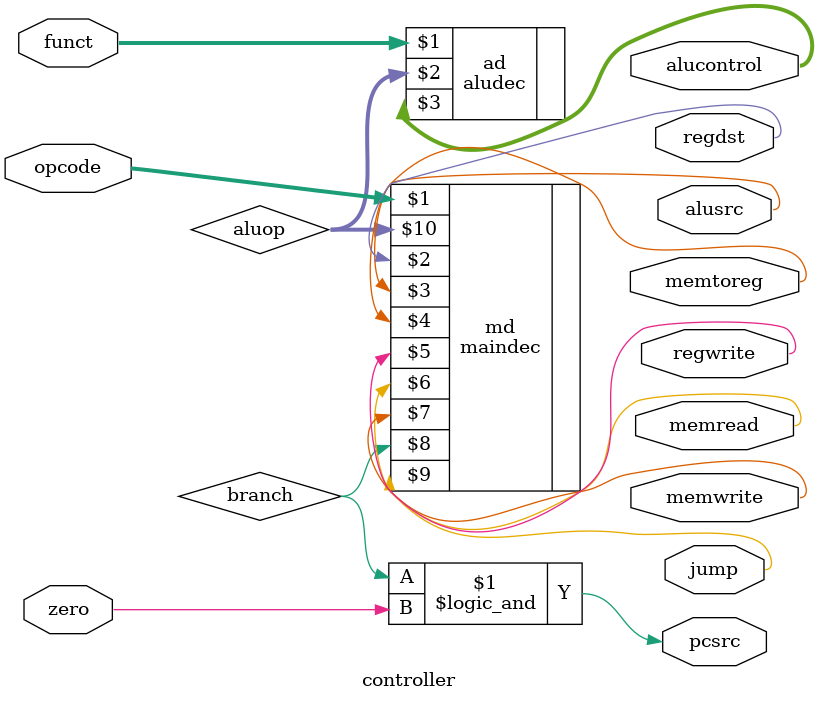
<source format=v>
module controller (input [5:0] opcode, // opcode r-type,lw,sw....
		   input [5:0] funct, //funct para r-type
		   input zero, //1 si la resta de los dos registros en un beq es 0
		   output regdst, alusrc, memtoreg, regwrite, memread, memwrite,jump,
		   output pcsrc, // senal para saber si se debe dar un salto o no
		   output [2:0] alucontrol);

//branch es wire y no output porque llega a la compuerta and dentro de este mismo controller
//aluop es wire porque llega solo hasta aludec, en realidad no sale de controller
wire branch;
wire[1:0] aluop;

maindec	md(opcode, regdst, alusrc, memtoreg, regwrite, memread, memwrite, branch, jump, aluop);

aludec ad(funct, aluop, alucontrol);

assign pcsrc = branch && zero;

endmodule

</source>
